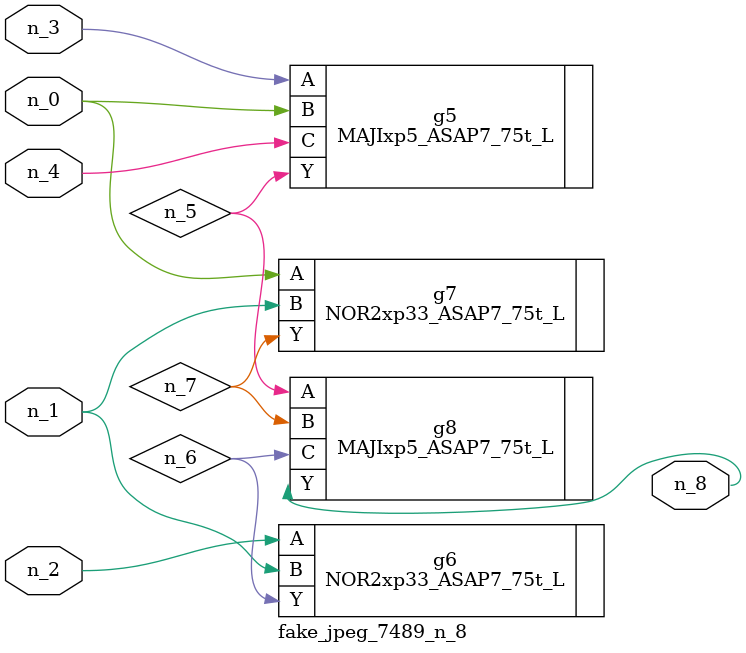
<source format=v>
module fake_jpeg_7489_n_8 (n_3, n_2, n_1, n_0, n_4, n_8);

input n_3;
input n_2;
input n_1;
input n_0;
input n_4;

output n_8;

wire n_6;
wire n_5;
wire n_7;

MAJIxp5_ASAP7_75t_L g5 ( 
.A(n_3),
.B(n_0),
.C(n_4),
.Y(n_5)
);

NOR2xp33_ASAP7_75t_L g6 ( 
.A(n_2),
.B(n_1),
.Y(n_6)
);

NOR2xp33_ASAP7_75t_L g7 ( 
.A(n_0),
.B(n_1),
.Y(n_7)
);

MAJIxp5_ASAP7_75t_L g8 ( 
.A(n_5),
.B(n_7),
.C(n_6),
.Y(n_8)
);


endmodule
</source>
